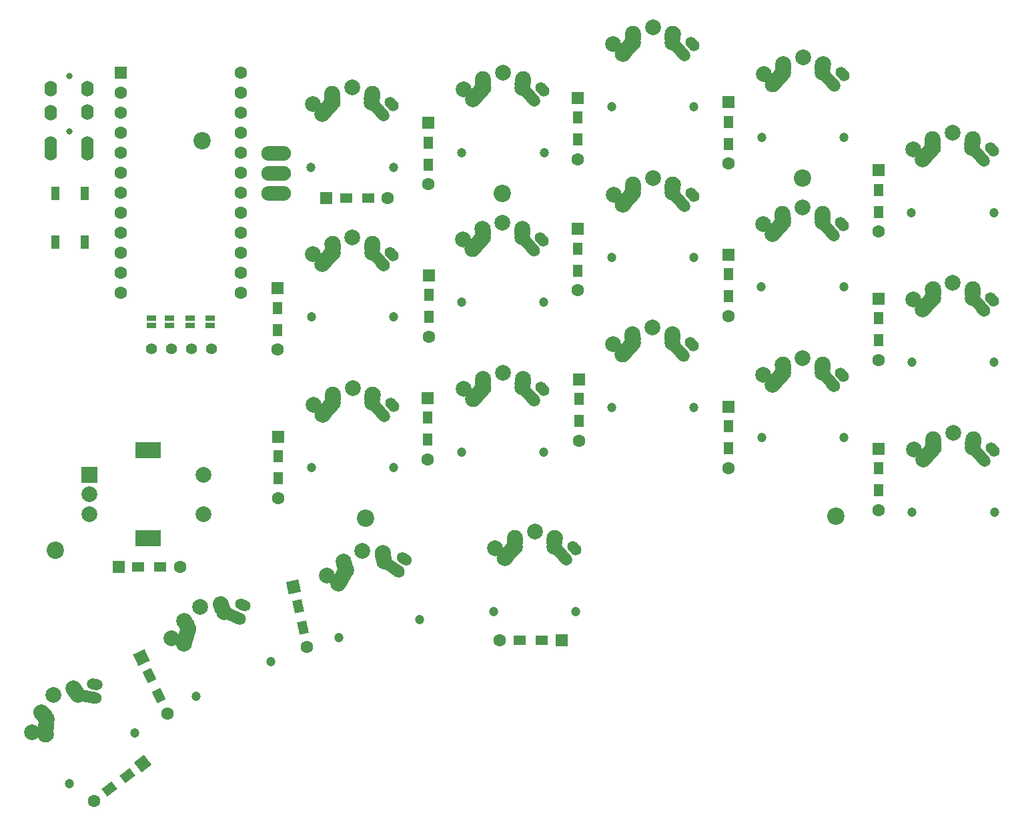
<source format=gbr>
%TF.GenerationSoftware,KiCad,Pcbnew,(5.99.0-11550-g369d813a32)*%
%TF.CreationDate,2021-07-28T19:42:57+05:30*%
%TF.ProjectId,Pteron36v0,50746572-6f6e-4333-9676-302e6b696361,rev?*%
%TF.SameCoordinates,Original*%
%TF.FileFunction,Soldermask,Top*%
%TF.FilePolarity,Negative*%
%FSLAX46Y46*%
G04 Gerber Fmt 4.6, Leading zero omitted, Abs format (unit mm)*
G04 Created by KiCad (PCBNEW (5.99.0-11550-g369d813a32)) date 2021-07-28 19:42:57*
%MOMM*%
%LPD*%
G01*
G04 APERTURE LIST*
G04 Aperture macros list*
%AMHorizOval*
0 Thick line with rounded ends*
0 $1 width*
0 $2 $3 position (X,Y) of the first rounded end (center of the circle)*
0 $4 $5 position (X,Y) of the second rounded end (center of the circle)*
0 Add line between two ends*
20,1,$1,$2,$3,$4,$5,0*
0 Add two circle primitives to create the rounded ends*
1,1,$1,$2,$3*
1,1,$1,$4,$5*%
%AMRotRect*
0 Rectangle, with rotation*
0 The origin of the aperture is its center*
0 $1 length*
0 $2 width*
0 $3 Rotation angle, in degrees counterclockwise*
0 Add horizontal line*
21,1,$1,$2,0,0,$3*%
G04 Aperture macros list end*
%ADD10R,1.600000X1.600000*%
%ADD11C,1.600000*%
%ADD12C,2.200000*%
%ADD13C,1.200000*%
%ADD14C,2.000000*%
%ADD15HorizOval,1.500000X-1.209775X0.226403X1.209775X-0.226403X0*%
%ADD16HorizOval,1.500000X0.245734X-0.045988X-0.245734X0.045988X0*%
%ADD17HorizOval,2.000000X-0.160865X0.242121X0.160865X-0.242121X0*%
%ADD18HorizOval,2.000000X0.075244X0.977887X-0.075244X-0.977887X0*%
%ADD19HorizOval,1.400000X-0.294881X0.055185X0.294881X-0.055185X0*%
%ADD20HorizOval,2.000000X-0.192616X0.217713X0.192616X-0.217713X0*%
%ADD21HorizOval,2.000000X-0.019771X-0.290016X0.019771X0.290016X0*%
%ADD22HorizOval,1.500000X-0.821954X0.916082X0.821954X-0.916082X0*%
%ADD23HorizOval,1.500000X0.166958X-0.186078X-0.166958X0.186078X0*%
%ADD24HorizOval,2.000000X0.654995X0.730004X-0.654995X-0.730004X0*%
%ADD25HorizOval,1.400000X-0.200350X0.223293X0.200350X-0.223293X0*%
%ADD26HorizOval,2.000000X-0.020277X0.289981X0.020277X-0.289981X0*%
%ADD27HorizOval,1.500000X0.203275X-0.145531X-0.203275X0.145531X0*%
%ADD28HorizOval,1.500000X-1.000747X0.716464X1.000747X-0.716464X0*%
%ADD29HorizOval,2.000000X-0.043468X0.287421X0.043468X-0.287421X0*%
%ADD30HorizOval,2.000000X-0.082560X0.278718X0.082560X-0.278718X0*%
%ADD31HorizOval,1.400000X-0.243930X0.174637X0.243930X-0.174637X0*%
%ADD32HorizOval,2.000000X0.481468X0.854467X-0.481468X-0.854467X0*%
%ADD33R,1.200000X1.600000*%
%ADD34R,1.600000X1.200000*%
%ADD35HorizOval,2.000000X-0.104647X0.271199X0.104647X-0.271199X0*%
%ADD36HorizOval,1.500000X-1.132096X0.482880X1.132096X-0.482880X0*%
%ADD37HorizOval,1.500000X0.229955X-0.098084X-0.229955X0.098084X0*%
%ADD38HorizOval,2.000000X-0.140929X0.254242X0.140929X-0.254242X0*%
%ADD39HorizOval,2.000000X0.285114X0.938422X-0.285114X-0.938422X0*%
%ADD40HorizOval,1.400000X-0.275946X0.117701X0.275946X-0.117701X0*%
%ADD41C,0.800000*%
%ADD42O,1.600000X2.000000*%
%ADD43R,1.270000X0.635000*%
%ADD44C,1.397000*%
%ADD45R,1.100000X1.800000*%
%ADD46O,3.759200X1.879600*%
%ADD47R,2.000000X2.000000*%
%ADD48R,3.200000X2.000000*%
%ADD49RotRect,1.600000X1.200000X37.500000*%
%ADD50RotRect,1.600000X1.600000X37.500000*%
%ADD51RotRect,1.600000X1.200000X115.000000*%
%ADD52RotRect,1.600000X1.600000X115.000000*%
%ADD53RotRect,1.600000X1.200000X102.500000*%
%ADD54RotRect,1.600000X1.600000X102.500000*%
G04 APERTURE END LIST*
D10*
%TO.C,U1*%
X123120968Y-61299844D03*
D11*
X123120968Y-63839844D03*
X123120968Y-66379844D03*
X123120968Y-68919844D03*
X123120968Y-71459844D03*
X123120968Y-73999844D03*
X123120968Y-76539844D03*
X123120968Y-79079844D03*
X123120968Y-81619844D03*
X123120968Y-84159844D03*
X123120968Y-86699844D03*
X123120968Y-89239844D03*
X138360968Y-89239844D03*
X138360968Y-86699844D03*
X138360968Y-84159844D03*
X138360968Y-81619844D03*
X138360968Y-79079844D03*
X138360968Y-76539844D03*
X138360968Y-73999844D03*
X138360968Y-71459844D03*
X138360968Y-68919844D03*
X138360968Y-66379844D03*
X138360968Y-63839844D03*
X138360968Y-61299844D03*
%TD*%
D12*
%TO.C,H6*%
X213868000Y-117602000D03*
%TD*%
%TO.C,H3*%
X154178000Y-117856000D03*
%TD*%
%TO.C,H1*%
X114808000Y-121920000D03*
%TD*%
D13*
%TO.C,SW20*%
X116586717Y-151532811D03*
X124869325Y-145177341D03*
D14*
X114579531Y-140342207D03*
X117093832Y-139446503D03*
X117415180Y-139930998D03*
D15*
X118683603Y-140508084D03*
D16*
X119647645Y-140688493D03*
D17*
X117254506Y-139688751D03*
D14*
X117719561Y-140327675D03*
D18*
X113677543Y-144349369D03*
D19*
X119824696Y-138964442D03*
D14*
X113448413Y-142974806D03*
X111891163Y-145052056D03*
X113063597Y-142539011D03*
D20*
X113256005Y-142756908D03*
D14*
X113752794Y-143371482D03*
X113602293Y-145327256D03*
%TD*%
D13*
%TO.C,SW27*%
X157754645Y-92334727D03*
X147314645Y-92334727D03*
D14*
X155074645Y-83054727D03*
X152534645Y-82234727D03*
D21*
X155054645Y-83344727D03*
D14*
X155034645Y-84134727D03*
D22*
X155689645Y-84864727D03*
D23*
X156344645Y-85594727D03*
D14*
X155034645Y-83634727D03*
X150034645Y-83634727D03*
X150034645Y-84134727D03*
X148724645Y-85594727D03*
D24*
X149379645Y-84864727D03*
D25*
X157534645Y-84334727D03*
D14*
X147534645Y-84334727D03*
X149994645Y-83054727D03*
D26*
X150014645Y-83344727D03*
%TD*%
D13*
%TO.C,SW19*%
X185394760Y-103800009D03*
X195834760Y-103800009D03*
D21*
X193134760Y-94810009D03*
D14*
X193114760Y-95100009D03*
D23*
X194424760Y-97060009D03*
D22*
X193769760Y-96330009D03*
D14*
X190614760Y-93700009D03*
X193154760Y-94520009D03*
X193114760Y-95600009D03*
D25*
X195614760Y-95800009D03*
D14*
X188114760Y-95100009D03*
X185614760Y-95800009D03*
D26*
X188094760Y-94810009D03*
D14*
X188114760Y-95600009D03*
X186804760Y-97060009D03*
D24*
X187459760Y-96330009D03*
D14*
X188074760Y-94520009D03*
%TD*%
D13*
%TO.C,SW26*%
X147271001Y-73299832D03*
X157711001Y-73299832D03*
D22*
X155646001Y-65829832D03*
D14*
X154991001Y-65099832D03*
X154991001Y-64599832D03*
D23*
X156301001Y-66559832D03*
D21*
X155011001Y-64309832D03*
D14*
X155031001Y-64019832D03*
X152491001Y-63199832D03*
D26*
X149971001Y-64309832D03*
D14*
X149991001Y-65099832D03*
D25*
X157491001Y-65299832D03*
D14*
X149951001Y-64019832D03*
X147491001Y-65299832D03*
X148681001Y-66559832D03*
D24*
X149336001Y-65829832D03*
D14*
X149991001Y-64599832D03*
%TD*%
D13*
%TO.C,SW23*%
X166357782Y-90449207D03*
X176797782Y-90449207D03*
D14*
X174117782Y-81169207D03*
X174077782Y-81749207D03*
D23*
X175387782Y-83709207D03*
D21*
X174097782Y-81459207D03*
D14*
X174077782Y-82249207D03*
X171577782Y-80349207D03*
D22*
X174732782Y-82979207D03*
D14*
X169077782Y-81749207D03*
D26*
X169057782Y-81459207D03*
D24*
X168422782Y-82979207D03*
D25*
X176577782Y-82449207D03*
D14*
X166577782Y-82449207D03*
X169077782Y-82249207D03*
X169037782Y-81169207D03*
X167767782Y-83709207D03*
%TD*%
D13*
%TO.C,SW28*%
X157774023Y-111460179D03*
X147334023Y-111460179D03*
D14*
X155054023Y-103260179D03*
X155054023Y-102760179D03*
D23*
X156364023Y-104720179D03*
D21*
X155074023Y-102470179D03*
D14*
X155094023Y-102180179D03*
X152554023Y-101360179D03*
D22*
X155709023Y-103990179D03*
D14*
X147554023Y-103460179D03*
D26*
X150034023Y-102470179D03*
D14*
X150054023Y-102760179D03*
X150014023Y-102180179D03*
X150054023Y-103260179D03*
X148744023Y-104720179D03*
D24*
X149399023Y-103990179D03*
D25*
X157554023Y-103460179D03*
%TD*%
D13*
%TO.C,SW22*%
X166404694Y-71438582D03*
X176844694Y-71438582D03*
D14*
X174124694Y-63238582D03*
X174164694Y-62158582D03*
D21*
X174144694Y-62448582D03*
D22*
X174779694Y-63968582D03*
D23*
X175434694Y-64698582D03*
D14*
X171624694Y-61338582D03*
X174124694Y-62738582D03*
X167814694Y-64698582D03*
D24*
X168469694Y-63968582D03*
D26*
X169104694Y-62448582D03*
D14*
X169124694Y-62738582D03*
X166624694Y-63438582D03*
D25*
X176624694Y-63438582D03*
D14*
X169124694Y-63238582D03*
X169084694Y-62158582D03*
%TD*%
D13*
%TO.C,SW24*%
X166401427Y-109484103D03*
X176841427Y-109484103D03*
D21*
X174141427Y-100494103D03*
D14*
X174161427Y-100204103D03*
D22*
X174776427Y-102014103D03*
D23*
X175431427Y-102744103D03*
D14*
X174121427Y-100784103D03*
X174121427Y-101284103D03*
X171621427Y-99384103D03*
D24*
X168466427Y-102014103D03*
D25*
X176621427Y-101484103D03*
D14*
X169121427Y-100784103D03*
D26*
X169101427Y-100494103D03*
D14*
X169121427Y-101284103D03*
X167811427Y-102744103D03*
X166621427Y-101484103D03*
X169081427Y-100204103D03*
%TD*%
D13*
%TO.C,SW12*%
X204482729Y-69509418D03*
X214922729Y-69509418D03*
D14*
X209702729Y-59409418D03*
D23*
X213512729Y-62769418D03*
D14*
X212202729Y-61309418D03*
D22*
X212857729Y-62039418D03*
D14*
X212202729Y-60809418D03*
X212242729Y-60229418D03*
D21*
X212222729Y-60519418D03*
D14*
X205892729Y-62769418D03*
X204702729Y-61509418D03*
D25*
X214702729Y-61509418D03*
D14*
X207202729Y-61309418D03*
X207162729Y-60229418D03*
D24*
X206547729Y-62039418D03*
D26*
X207182729Y-60519418D03*
D14*
X207202729Y-60809418D03*
%TD*%
D13*
%TO.C,SW10*%
X161010710Y-130784362D03*
X150818179Y-133043992D03*
D14*
X156580380Y-123367451D03*
D27*
X158175329Y-124509307D03*
D14*
X156472160Y-122879303D03*
X156385677Y-122304394D03*
D28*
X157377854Y-123938379D03*
D14*
X153728404Y-122053588D03*
D29*
X156428918Y-122591848D03*
D30*
X151508386Y-123682704D03*
D14*
X151590680Y-123961501D03*
X149301447Y-125186007D03*
X151426093Y-123403907D03*
D31*
X159064408Y-123021611D03*
D14*
X151698900Y-124449649D03*
X150735954Y-126158577D03*
D32*
X151217427Y-125304113D03*
%TD*%
D13*
%TO.C,SW9*%
X233997191Y-117131435D03*
X223557191Y-117131435D03*
D14*
X231277191Y-108431435D03*
X228777191Y-107031435D03*
D21*
X231297191Y-108141435D03*
D14*
X231277191Y-108931435D03*
D23*
X232587191Y-110391435D03*
D22*
X231932191Y-109661435D03*
D14*
X231317191Y-107851435D03*
D26*
X226257191Y-108141435D03*
D24*
X225622191Y-109661435D03*
D14*
X226237191Y-107851435D03*
D25*
X233777191Y-109131435D03*
D14*
X226277191Y-108431435D03*
X224967191Y-110391435D03*
X226277191Y-108931435D03*
X223777191Y-109131435D03*
%TD*%
D13*
%TO.C,SW8*%
X233953550Y-98096534D03*
X223513550Y-98096534D03*
D14*
X231233550Y-89896534D03*
D22*
X231888550Y-90626534D03*
D23*
X232543550Y-91356534D03*
D21*
X231253550Y-89106534D03*
D14*
X231233550Y-89396534D03*
X228733550Y-87996534D03*
X231273550Y-88816534D03*
D26*
X226213550Y-89106534D03*
D24*
X225578550Y-90626534D03*
D14*
X226233550Y-89896534D03*
X226233550Y-89396534D03*
X224923550Y-91356534D03*
X226193550Y-88816534D03*
D25*
X233733550Y-90096534D03*
D14*
X223733550Y-90096534D03*
%TD*%
D10*
%TO.C,D22*%
X162114161Y-67681297D03*
D33*
X162114161Y-70181297D03*
D11*
X162114161Y-75481297D03*
D33*
X162114161Y-72981297D03*
%TD*%
%TO.C,D19*%
X181289170Y-102741131D03*
D10*
X181289170Y-100241131D03*
D33*
X181289170Y-105541131D03*
D11*
X181289170Y-108041131D03*
%TD*%
D34*
%TO.C,D26*%
X151718369Y-77212943D03*
D10*
X149218369Y-77212943D03*
D34*
X154518369Y-77212943D03*
D11*
X157018369Y-77212943D03*
%TD*%
D10*
%TO.C,D28*%
X143092015Y-107521782D03*
D33*
X143092015Y-110021782D03*
D11*
X143092015Y-115321782D03*
D33*
X143092015Y-112821782D03*
%TD*%
%TO.C,D27*%
X142999847Y-91168004D03*
D10*
X142999847Y-88668004D03*
D33*
X142999847Y-93968004D03*
D11*
X142999847Y-96468004D03*
%TD*%
D10*
%TO.C,D14*%
X200213177Y-103707103D03*
D33*
X200213177Y-106207103D03*
D11*
X200213177Y-111507103D03*
D33*
X200213177Y-109007103D03*
%TD*%
D10*
%TO.C,D24*%
X162104377Y-102608300D03*
D33*
X162104377Y-105108300D03*
X162104377Y-107908300D03*
D11*
X162104377Y-110408300D03*
%TD*%
D33*
%TO.C,D9*%
X219320188Y-111531435D03*
D10*
X219320188Y-109031435D03*
D11*
X219320188Y-116831435D03*
D33*
X219320188Y-114331435D03*
%TD*%
D13*
%TO.C,SW17*%
X195862292Y-65663929D03*
X185422292Y-65663929D03*
D22*
X193797292Y-58193929D03*
D14*
X193182292Y-56383929D03*
X193142292Y-57463929D03*
D21*
X193162292Y-56673929D03*
D14*
X193142292Y-56963929D03*
D23*
X194452292Y-58923929D03*
D14*
X190642292Y-55563929D03*
D25*
X195642292Y-57663929D03*
D14*
X185642292Y-57663929D03*
X188142292Y-57463929D03*
D24*
X187487292Y-58193929D03*
D14*
X188102292Y-56383929D03*
X188142292Y-56963929D03*
X186832292Y-58923929D03*
D26*
X188122292Y-56673929D03*
%TD*%
D33*
%TO.C,D13*%
X200242334Y-86900540D03*
D10*
X200242334Y-84400540D03*
D33*
X200242334Y-89700540D03*
D11*
X200242334Y-92200540D03*
%TD*%
D13*
%TO.C,SW15*%
X132698679Y-140482233D03*
X142160532Y-136070098D03*
D35*
X135914163Y-129063461D03*
D14*
X136229905Y-129787896D03*
X133161161Y-129122457D03*
X135809730Y-128792179D03*
D36*
X137132048Y-130172686D03*
D37*
X138034191Y-130557476D03*
D14*
X136018596Y-129334742D03*
X131205686Y-130939080D03*
D38*
X131346372Y-131193457D03*
D14*
X131128126Y-133777827D03*
X129517121Y-133138795D03*
D39*
X131413246Y-132839407D03*
D14*
X131698366Y-131900988D03*
D40*
X138580199Y-128912612D03*
D14*
X131487057Y-131447834D03*
%TD*%
D13*
%TO.C,SW14*%
X204455192Y-107645490D03*
X214895192Y-107645490D03*
D23*
X213485192Y-100905490D03*
D14*
X212175192Y-98945490D03*
X212175192Y-99445490D03*
X212215192Y-98365490D03*
X209675192Y-97545490D03*
D21*
X212195192Y-98655490D03*
D22*
X212830192Y-100175490D03*
D26*
X207155192Y-98655490D03*
D14*
X207135192Y-98365490D03*
X204675192Y-99645490D03*
D24*
X206520192Y-100175490D03*
D25*
X214675192Y-99645490D03*
D14*
X205865192Y-100905490D03*
X207175192Y-98945490D03*
X207175192Y-99445490D03*
%TD*%
D13*
%TO.C,SW7*%
X233909902Y-79061632D03*
X223469902Y-79061632D03*
D14*
X231229902Y-69781632D03*
X228689902Y-68961632D03*
X231189902Y-70861632D03*
D22*
X231844902Y-71591632D03*
D23*
X232499902Y-72321632D03*
D21*
X231209902Y-70071632D03*
D14*
X231189902Y-70361632D03*
X223689902Y-71061632D03*
X226189902Y-70361632D03*
X226149902Y-69781632D03*
X224879902Y-72321632D03*
D26*
X226169902Y-70071632D03*
D25*
X233689902Y-71061632D03*
D24*
X225534902Y-71591632D03*
D14*
X226189902Y-70861632D03*
%TD*%
D33*
%TO.C,D17*%
X181083769Y-66999142D03*
D10*
X181083769Y-64499142D03*
D11*
X181083769Y-72299142D03*
D33*
X181083769Y-69799142D03*
%TD*%
D10*
%TO.C,D8*%
X219320189Y-89996535D03*
D33*
X219320189Y-92496535D03*
X219320189Y-95296535D03*
D11*
X219320189Y-97796535D03*
%TD*%
D13*
%TO.C,SW18*%
X185441675Y-84789380D03*
X195881675Y-84789380D03*
D21*
X193181675Y-75799380D03*
D14*
X193161675Y-76089380D03*
D22*
X193816675Y-77319380D03*
D14*
X190661675Y-74689380D03*
X193161675Y-76589380D03*
D23*
X194471675Y-78049380D03*
D14*
X193201675Y-75509380D03*
D25*
X195661675Y-76789380D03*
D14*
X188121675Y-75509380D03*
X188161675Y-76089380D03*
X185661675Y-76789380D03*
D26*
X188141675Y-75799380D03*
D14*
X186851675Y-78049380D03*
D24*
X187506675Y-77319380D03*
D14*
X188161675Y-76589380D03*
%TD*%
D10*
%TO.C,D23*%
X162266117Y-87036384D03*
D33*
X162266117Y-89536384D03*
D11*
X162266117Y-94836384D03*
D33*
X162266117Y-92336384D03*
%TD*%
%TO.C,D18*%
X181083770Y-83636143D03*
D10*
X181083770Y-81136143D03*
D11*
X181083770Y-88936143D03*
D33*
X181083770Y-86436143D03*
%TD*%
%TO.C,D12*%
X200242333Y-67557942D03*
D10*
X200242333Y-65057942D03*
D11*
X200242333Y-72857942D03*
D33*
X200242333Y-70357942D03*
%TD*%
%TO.C,D7*%
X219320190Y-76192116D03*
D10*
X219320190Y-73692116D03*
D33*
X219320190Y-78992116D03*
D11*
X219320190Y-81492116D03*
%TD*%
D41*
%TO.C,J1*%
X116567769Y-68744144D03*
X116567769Y-61744144D03*
D42*
X114267769Y-71444144D03*
X118867769Y-70344144D03*
X118867769Y-66344144D03*
X118867769Y-63344144D03*
%TD*%
D43*
%TO.C,JP1*%
X134500169Y-92511363D03*
X134500169Y-93410523D03*
%TD*%
%TO.C,JP2*%
X131960168Y-92511364D03*
X131960168Y-93410524D03*
%TD*%
%TO.C,JP3*%
X129293169Y-92511364D03*
X129293169Y-93410524D03*
%TD*%
%TO.C,JP4*%
X127007168Y-92511364D03*
X127007168Y-93410524D03*
%TD*%
D44*
%TO.C,J3*%
X134601768Y-96339143D03*
X132061768Y-96339143D03*
X129521768Y-96339143D03*
X126981768Y-96339143D03*
%TD*%
D45*
%TO.C,RST1*%
X114844770Y-76602142D03*
X114844770Y-82802142D03*
X118544770Y-82802142D03*
X118544770Y-76602142D03*
%TD*%
D46*
%TO.C,PWM_PAD2*%
X142856770Y-71574144D03*
X142856770Y-74114144D03*
X142856770Y-76654144D03*
%TD*%
D10*
%TO.C,D_RE1*%
X122827767Y-124025143D03*
D34*
X125327767Y-124025143D03*
D11*
X130627767Y-124025143D03*
D34*
X128127767Y-124025143D03*
%TD*%
D47*
%TO.C,RE1*%
X119107768Y-112341142D03*
D14*
X119107768Y-117341142D03*
X119107768Y-114841142D03*
D48*
X126607768Y-120441142D03*
X126607768Y-109241142D03*
D14*
X133607768Y-117341142D03*
X133607768Y-112341142D03*
%TD*%
D12*
%TO.C,H2*%
X209675193Y-74672944D03*
%TD*%
%TO.C,H4*%
X133407968Y-69973943D03*
%TD*%
%TO.C,H5*%
X171577783Y-76654143D03*
%TD*%
D13*
%TO.C,SW13*%
X214875820Y-88520046D03*
X204435820Y-88520046D03*
D21*
X212175820Y-79530046D03*
D14*
X212195820Y-79240046D03*
X209655820Y-78420046D03*
D23*
X213465820Y-81780046D03*
D22*
X212810820Y-81050046D03*
D14*
X212155820Y-80320046D03*
X212155820Y-79820046D03*
X204655820Y-80520046D03*
D26*
X207135820Y-79530046D03*
D14*
X207155820Y-80320046D03*
D24*
X206500820Y-81050046D03*
D25*
X214655820Y-80520046D03*
D14*
X207155820Y-79820046D03*
X205845820Y-81780046D03*
X207115820Y-79240046D03*
%TD*%
D13*
%TO.C,SW25*%
X180876513Y-129690813D03*
X170436513Y-129690813D03*
D14*
X175656513Y-119590813D03*
D23*
X179466513Y-122950813D03*
D14*
X178156513Y-120990813D03*
D22*
X178811513Y-122220813D03*
D21*
X178176513Y-120700813D03*
D14*
X178196513Y-120410813D03*
X178156513Y-121490813D03*
X171846513Y-122950813D03*
D25*
X180656513Y-121690813D03*
D24*
X172501513Y-122220813D03*
D14*
X173116513Y-120410813D03*
X173156513Y-120990813D03*
D26*
X173136513Y-120700813D03*
D14*
X173156513Y-121490813D03*
X170656513Y-121690813D03*
%TD*%
D10*
%TO.C,D25*%
X179048514Y-133364814D03*
D34*
X176548514Y-133364814D03*
X173748514Y-133364814D03*
D11*
X171248514Y-133364814D03*
%TD*%
D49*
%TO.C,D20*%
X123935209Y-150546547D03*
D50*
X125918592Y-149024643D03*
D49*
X121713819Y-152251079D03*
D11*
X119730436Y-153772983D03*
%TD*%
D51*
%TO.C,D15*%
X126771101Y-137869312D03*
D52*
X125714556Y-135603543D03*
D11*
X129010978Y-142672743D03*
D51*
X127954433Y-140406974D03*
%TD*%
D53*
%TO.C,D10*%
X145601754Y-129008327D03*
D54*
X145060655Y-126567587D03*
D53*
X146207784Y-131741955D03*
D11*
X146748883Y-134182695D03*
%TD*%
D41*
%TO.C,J2*%
X116567769Y-61780142D03*
X116567769Y-68780142D03*
D42*
X118867769Y-71480142D03*
X114267769Y-70380142D03*
X114267769Y-66380142D03*
X114267769Y-63380142D03*
%TD*%
M02*

</source>
